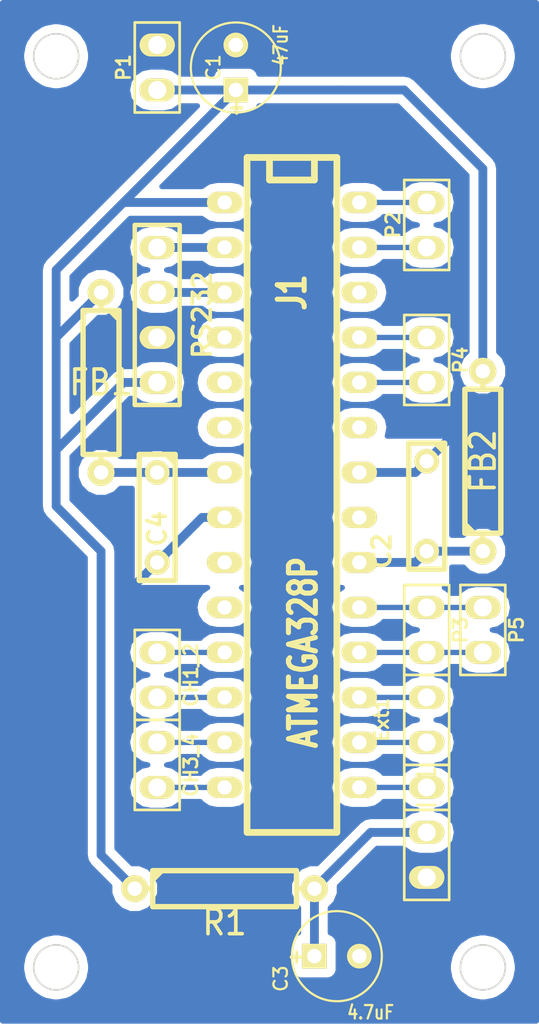
<source format=kicad_pcb>
(kicad_pcb (version 3) (host pcbnew "(2013-jul-07)-stable")

  (general
    (links 37)
    (no_connects 0)
    (area 81.28 31.115 112.729932 96.942388)
    (thickness 1.6)
    (drawings 4)
    (tracks 53)
    (zones 0)
    (modules 18)
    (nets 21)
  )

  (page A3)
  (layers
    (15 F.Cu signal)
    (0 B.Cu signal)
    (17 F.Adhes user)
    (19 F.Paste user)
    (21 F.SilkS user)
    (23 F.Mask user)
    (28 Edge.Cuts user)
  )

  (setup
    (last_trace_width 0.5)
    (trace_clearance 0.5)
    (zone_clearance 0.5)
    (zone_45_only no)
    (trace_min 0.254)
    (segment_width 0.2)
    (edge_width 0.1)
    (via_size 0.889)
    (via_drill 0.635)
    (via_min_size 0.889)
    (via_min_drill 0.508)
    (uvia_size 0.508)
    (uvia_drill 0.127)
    (uvias_allowed no)
    (uvia_min_size 0.508)
    (uvia_min_drill 0.127)
    (pcb_text_width 0.3)
    (pcb_text_size 1.5 1.5)
    (mod_edge_width 0.15)
    (mod_text_size 1 1)
    (mod_text_width 0.15)
    (pad_size 1.3 2)
    (pad_drill 1.016)
    (pad_to_mask_clearance 0.2)
    (solder_mask_min_width 0.3)
    (aux_axis_origin 0 0)
    (visible_elements FFFFFFFF)
    (pcbplotparams
      (layerselection 10485761)
      (usegerberextensions false)
      (excludeedgelayer false)
      (linewidth 0.150000)
      (plotframeref false)
      (viasonmask false)
      (mode 1)
      (useauxorigin false)
      (hpglpennumber 1)
      (hpglpenspeed 20)
      (hpglpendiameter 15)
      (hpglpenoverlay 2)
      (psnegative false)
      (psa4output false)
      (plotreference true)
      (plotvalue true)
      (plotothertext true)
      (plotinvisibletext false)
      (padsonsilk false)
      (subtractmaskfromsilk false)
      (outputformat 5)
      (mirror false)
      (drillshape 0)
      (scaleselection 1)
      (outputdirectory output/))
  )

  (net 0 "")
  (net 1 /5V)
  (net 2 /CH1)
  (net 3 /CH2)
  (net 4 /CH3)
  (net 5 /CH4)
  (net 6 /EQ7_DATA_L)
  (net 7 /EQ7_DATA_R)
  (net 8 /EQ7_RST)
  (net 9 /EQ7_STROBE)
  (net 10 /EXT1)
  (net 11 /EXT2)
  (net 12 /IR)
  (net 13 /RX)
  (net 14 /SCL)
  (net 15 /SDA)
  (net 16 /TX)
  (net 17 GND)
  (net 18 N-0000012)
  (net 19 N-0000028)
  (net 20 N-000005)

  (net_class Default "This is the default net class."
    (clearance 0.5)
    (trace_width 0.5)
    (via_dia 0.889)
    (via_drill 0.635)
    (uvia_dia 0.508)
    (uvia_drill 0.127)
    (add_net "")
    (add_net /5V)
    (add_net GND)
    (add_net N-0000012)
    (add_net N-0000028)
    (add_net N-000005)
  )

  (net_class sig ""
    (clearance 0.3)
    (trace_width 0.3)
    (via_dia 0.889)
    (via_drill 0.635)
    (uvia_dia 0.508)
    (uvia_drill 0.127)
    (add_net /CH1)
    (add_net /CH2)
    (add_net /CH3)
    (add_net /CH4)
    (add_net /EQ7_DATA_L)
    (add_net /EQ7_DATA_R)
    (add_net /EQ7_RST)
    (add_net /EQ7_STROBE)
    (add_net /EXT1)
    (add_net /EXT2)
    (add_net /IR)
    (add_net /RX)
    (add_net /SCL)
    (add_net /SDA)
    (add_net /TX)
  )

  (module R4 (layer F.Cu) (tedit 558BF7AB) (tstamp 53276C02)
    (at 93.98 88.265)
    (descr "Resitance 4 pas")
    (tags R)
    (path /53276C83)
    (autoplace_cost180 10)
    (fp_text reference R1 (at 0 1.905) (layer F.SilkS)
      (effects (font (size 1.397 1.27) (thickness 0.2032)))
    )
    (fp_text value 100R (at 0 0 90) (layer F.SilkS) hide
      (effects (font (size 1.397 1.27) (thickness 0.2032)))
    )
    (fp_line (start -5.08 0) (end -4.064 0) (layer F.SilkS) (width 0.3048))
    (fp_line (start -4.064 0) (end -4.064 -1.016) (layer F.SilkS) (width 0.3048))
    (fp_line (start -4.064 -1.016) (end 4.064 -1.016) (layer F.SilkS) (width 0.3048))
    (fp_line (start 4.064 -1.016) (end 4.064 1.016) (layer F.SilkS) (width 0.3048))
    (fp_line (start 4.064 1.016) (end -4.064 1.016) (layer F.SilkS) (width 0.3048))
    (fp_line (start -4.064 1.016) (end -4.064 0) (layer F.SilkS) (width 0.3048))
    (fp_line (start -4.064 -0.508) (end -3.556 -1.016) (layer F.SilkS) (width 0.3048))
    (fp_line (start 5.08 0) (end 4.064 0) (layer F.SilkS) (width 0.3048))
    (pad 1 thru_hole circle (at -5.08 0) (size 1.524 1.524) (drill 0.8128)
      (layers *.Cu *.Mask F.SilkS)
      (net 1 /5V)
    )
    (pad 2 thru_hole circle (at 5.08 0) (size 1.524 1.524) (drill 0.8128)
      (layers *.Cu *.Mask F.SilkS)
      (net 19 N-0000028)
    )
    (model discret/resistor.wrl
      (at (xyz 0 0 0))
      (scale (xyz 0.4 0.4 0.4))
      (rotate (xyz 0 0 0))
    )
  )

  (module PIN_ARRAY_3X1 (layer F.Cu) (tedit 54AD4589) (tstamp 53276C26)
    (at 105.41 85.09 270)
    (descr "Connecteur 3 pins")
    (tags "CONN DEV")
    (path /532766BE)
    (fp_text reference IR1 (at -2.54 0 270) (layer F.SilkS)
      (effects (font (size 1.016 1.016) (thickness 0.1524)))
    )
    (fp_text value CONN_3 (at -2.54 4.445 360) (layer F.SilkS) hide
      (effects (font (size 1.016 1.016) (thickness 0.1524)))
    )
    (fp_line (start -3.81 1.27) (end -3.81 -1.27) (layer F.SilkS) (width 0.1524))
    (fp_line (start -3.81 -1.27) (end 3.81 -1.27) (layer F.SilkS) (width 0.1524))
    (fp_line (start 3.81 -1.27) (end 3.81 1.27) (layer F.SilkS) (width 0.1524))
    (fp_line (start 3.81 1.27) (end -3.81 1.27) (layer F.SilkS) (width 0.1524))
    (fp_line (start -1.27 -1.27) (end -1.27 1.27) (layer F.SilkS) (width 0.1524))
    (pad 1 thru_hole oval (at -2.54 0 270) (size 1.3 2) (drill 1.016)
      (layers *.Cu *.Mask F.SilkS)
      (net 12 /IR)
    )
    (pad 2 thru_hole oval (at 0 0 270) (size 1.3 2) (drill 1.016)
      (layers *.Cu *.Mask F.SilkS)
      (net 19 N-0000028)
    )
    (pad 3 thru_hole oval (at 2.54 0 270) (size 1.3 2) (drill 1.016)
      (layers *.Cu *.Mask F.SilkS)
      (net 17 GND)
    )
    (model pin_array/pins_array_3x1.wrl
      (at (xyz 0 0 0))
      (scale (xyz 1 1 1))
      (rotate (xyz 0 0 0))
    )
  )

  (module DIP-28__300 (layer F.Cu) (tedit 54AD465B) (tstamp 53276C63)
    (at 97.79 66.04 270)
    (descr "28 pins DIL package, round pads, width 300mil")
    (tags DIL)
    (path /5325D9C8)
    (fp_text reference J1 (at -11.43 0 270) (layer F.SilkS)
      (effects (font (size 1.524 1.143) (thickness 0.3048)))
    )
    (fp_text value ATMEGA328P (at 8.89 -0.635 270) (layer F.SilkS)
      (effects (font (size 1.524 1.143) (thickness 0.3048)))
    )
    (fp_line (start -19.05 -2.54) (end 19.05 -2.54) (layer F.SilkS) (width 0.381))
    (fp_line (start 19.05 -2.54) (end 19.05 2.54) (layer F.SilkS) (width 0.381))
    (fp_line (start 19.05 2.54) (end -19.05 2.54) (layer F.SilkS) (width 0.381))
    (fp_line (start -19.05 2.54) (end -19.05 -2.54) (layer F.SilkS) (width 0.381))
    (fp_line (start -19.05 -1.27) (end -17.78 -1.27) (layer F.SilkS) (width 0.381))
    (fp_line (start -17.78 -1.27) (end -17.78 1.27) (layer F.SilkS) (width 0.381))
    (fp_line (start -17.78 1.27) (end -19.05 1.27) (layer F.SilkS) (width 0.381))
    (pad 2 thru_hole oval (at -13.97 3.81 270) (size 1.2 2) (drill 0.8128)
      (layers *.Cu *.Mask F.SilkS)
      (net 13 /RX)
    )
    (pad 3 thru_hole oval (at -11.43 3.81 270) (size 1.2 2) (drill 0.8128)
      (layers *.Cu *.Mask F.SilkS)
      (net 16 /TX)
    )
    (pad 4 thru_hole oval (at -8.89 3.81 270) (size 1.2 2) (drill 0.8128)
      (layers *.Cu *.Mask F.SilkS)
    )
    (pad 5 thru_hole oval (at -6.35 3.81 270) (size 1.2 2) (drill 0.8128)
      (layers *.Cu *.Mask F.SilkS)
    )
    (pad 6 thru_hole oval (at -3.81 3.81 270) (size 1.2 2) (drill 0.8128)
      (layers *.Cu *.Mask F.SilkS)
    )
    (pad 7 thru_hole oval (at -1.27 3.81 270) (size 1.2 2) (drill 0.8128)
      (layers *.Cu *.Mask F.SilkS)
      (net 18 N-0000012)
    )
    (pad 8 thru_hole oval (at 1.27 3.81 270) (size 1.2 2) (drill 0.8128)
      (layers *.Cu *.Mask F.SilkS)
      (net 17 GND)
    )
    (pad 9 thru_hole oval (at 3.81 3.81 270) (size 1.2 2) (drill 0.8128)
      (layers *.Cu *.Mask F.SilkS)
    )
    (pad 10 thru_hole oval (at 6.35 3.81 270) (size 1.2 2) (drill 0.8128)
      (layers *.Cu *.Mask F.SilkS)
    )
    (pad 11 thru_hole oval (at 8.89 3.81 270) (size 1.2 2) (drill 0.8128)
      (layers *.Cu *.Mask F.SilkS)
      (net 2 /CH1)
    )
    (pad 12 thru_hole oval (at 11.43 3.81 270) (size 1.2 2) (drill 0.8128)
      (layers *.Cu *.Mask F.SilkS)
      (net 3 /CH2)
    )
    (pad 13 thru_hole oval (at 13.97 3.81 270) (size 1.2 2) (drill 0.8128)
      (layers *.Cu *.Mask F.SilkS)
      (net 4 /CH3)
    )
    (pad 14 thru_hole oval (at 16.51 3.81 270) (size 1.2 2) (drill 0.8128)
      (layers *.Cu *.Mask F.SilkS)
      (net 5 /CH4)
    )
    (pad 1 thru_hole oval (at -16.51 3.81 270) (size 1.2 2) (drill 0.8128)
      (layers *.Cu *.Mask F.SilkS)
      (net 1 /5V)
    )
    (pad 15 thru_hole oval (at 16.51 -3.81 270) (size 1.2 2) (drill 0.8128)
      (layers *.Cu *.Mask F.SilkS)
      (net 12 /IR)
    )
    (pad 16 thru_hole oval (at 13.97 -3.81 270) (size 1.2 2) (drill 0.8128)
      (layers *.Cu *.Mask F.SilkS)
      (net 11 /EXT2)
    )
    (pad 17 thru_hole oval (at 11.43 -3.81 270) (size 1.2 2) (drill 0.8128)
      (layers *.Cu *.Mask F.SilkS)
      (net 10 /EXT1)
    )
    (pad 18 thru_hole oval (at 8.89 -3.81 270) (size 1.2 2) (drill 0.8128)
      (layers *.Cu *.Mask F.SilkS)
      (net 8 /EQ7_RST)
    )
    (pad 19 thru_hole oval (at 6.35 -3.81 270) (size 1.2 2) (drill 0.8128)
      (layers *.Cu *.Mask F.SilkS)
      (net 9 /EQ7_STROBE)
    )
    (pad 20 thru_hole oval (at 3.81 -3.81 270) (size 1.2 2) (drill 0.8128)
      (layers *.Cu *.Mask F.SilkS)
      (net 20 N-000005)
    )
    (pad 21 thru_hole oval (at 1.27 -3.81 270) (size 1.2 2) (drill 0.8128)
      (layers *.Cu *.Mask F.SilkS)
    )
    (pad 22 thru_hole oval (at -1.27 -3.81 270) (size 1.2 2) (drill 0.8128)
      (layers *.Cu *.Mask F.SilkS)
      (net 17 GND)
    )
    (pad 23 thru_hole oval (at -3.81 -3.81 270) (size 1.2 2) (drill 0.8128)
      (layers *.Cu *.Mask F.SilkS)
    )
    (pad 24 thru_hole oval (at -6.35 -3.81 270) (size 1.2 2) (drill 0.8128)
      (layers *.Cu *.Mask F.SilkS)
      (net 7 /EQ7_DATA_R)
    )
    (pad 25 thru_hole oval (at -8.89 -3.81 270) (size 1.2 2) (drill 0.8128)
      (layers *.Cu *.Mask F.SilkS)
      (net 6 /EQ7_DATA_L)
    )
    (pad 26 thru_hole oval (at -11.43 -3.81 270) (size 1.2 2) (drill 0.8128)
      (layers *.Cu *.Mask F.SilkS)
    )
    (pad 27 thru_hole oval (at -13.97 -3.81 270) (size 1.2 2) (drill 0.8128)
      (layers *.Cu *.Mask F.SilkS)
      (net 15 /SDA)
    )
    (pad 28 thru_hole oval (at -16.51 -3.81 270) (size 1.2 2) (drill 0.8128)
      (layers *.Cu *.Mask F.SilkS)
      (net 14 /SCL)
    )
    (model dil/dil_28-w300.wrl
      (at (xyz 0 0 0))
      (scale (xyz 1 1 1))
      (rotate (xyz 0 0 0))
    )
  )

  (module C2 (layer F.Cu) (tedit 5333039B) (tstamp 53276C6E)
    (at 105.41 66.675 270)
    (descr "Condensateur = 2 pas")
    (tags C)
    (path /543CD0BE)
    (fp_text reference C2 (at 2.54 2.54 270) (layer F.SilkS)
      (effects (font (size 1.016 1.016) (thickness 0.2032)))
    )
    (fp_text value 100nF (at 5.715 -0.635 360) (layer F.SilkS) hide
      (effects (font (size 1.016 1.016) (thickness 0.2032)))
    )
    (fp_line (start -3.556 -1.016) (end 3.556 -1.016) (layer F.SilkS) (width 0.3048))
    (fp_line (start 3.556 -1.016) (end 3.556 1.016) (layer F.SilkS) (width 0.3048))
    (fp_line (start 3.556 1.016) (end -3.556 1.016) (layer F.SilkS) (width 0.3048))
    (fp_line (start -3.556 1.016) (end -3.556 -1.016) (layer F.SilkS) (width 0.3048))
    (fp_line (start -3.556 -0.508) (end -3.048 -1.016) (layer F.SilkS) (width 0.3048))
    (pad 1 thru_hole circle (at -2.54 0 270) (size 1.397 1.397) (drill 0.8128)
      (layers *.Cu *.Mask F.SilkS)
      (net 17 GND)
    )
    (pad 2 thru_hole circle (at 2.54 0 270) (size 1.397 1.397) (drill 0.8128)
      (layers *.Cu *.Mask F.SilkS)
      (net 20 N-000005)
    )
    (model discret/capa_2pas_5x5mm.wrl
      (at (xyz 0 0 0))
      (scale (xyz 1 1 1))
      (rotate (xyz 0 0 0))
    )
  )

  (module C2 (layer F.Cu) (tedit 54E496C5) (tstamp 53276C79)
    (at 90.17 67.31 270)
    (descr "Condensateur = 2 pas")
    (tags C)
    (path /532765F4)
    (fp_text reference C4 (at 0.635 0 270) (layer F.SilkS)
      (effects (font (size 1.016 1.016) (thickness 0.2032)))
    )
    (fp_text value 100nF (at 0 2.54 270) (layer F.SilkS) hide
      (effects (font (size 1.016 1.016) (thickness 0.2032)))
    )
    (fp_line (start -3.556 -1.016) (end 3.556 -1.016) (layer F.SilkS) (width 0.3048))
    (fp_line (start 3.556 -1.016) (end 3.556 1.016) (layer F.SilkS) (width 0.3048))
    (fp_line (start 3.556 1.016) (end -3.556 1.016) (layer F.SilkS) (width 0.3048))
    (fp_line (start -3.556 1.016) (end -3.556 -1.016) (layer F.SilkS) (width 0.3048))
    (fp_line (start -3.556 -0.508) (end -3.048 -1.016) (layer F.SilkS) (width 0.3048))
    (pad 1 thru_hole circle (at -2.54 0 270) (size 1.397 1.397) (drill 0.8128)
      (layers *.Cu *.Mask F.SilkS)
      (net 18 N-0000012)
    )
    (pad 2 thru_hole circle (at 2.54 0 270) (size 1.397 1.397) (drill 0.8128)
      (layers *.Cu *.Mask F.SilkS)
      (net 17 GND)
    )
    (model discret/capa_2pas_5x5mm.wrl
      (at (xyz 0 0 0))
      (scale (xyz 1 1 1))
      (rotate (xyz 0 0 0))
    )
  )

  (module C1V5 (layer F.Cu) (tedit 5333038F) (tstamp 53276C89)
    (at 100.33 92.075)
    (descr "Condensateur e = 1 pas")
    (tags C)
    (path /53276C12)
    (fp_text reference C3 (at -3.175 1.27 90) (layer F.SilkS)
      (effects (font (size 0.762 0.762) (thickness 0.127)))
    )
    (fp_text value 4.7uF (at 1.905 3.175) (layer F.SilkS)
      (effects (font (size 0.762 0.635) (thickness 0.127)))
    )
    (fp_text user + (at -2.286 0) (layer F.SilkS)
      (effects (font (size 0.762 0.762) (thickness 0.2032)))
    )
    (fp_circle (center 0 0) (end 0.127 -2.54) (layer F.SilkS) (width 0.127))
    (pad 1 thru_hole rect (at -1.27 0) (size 1.397 1.397) (drill 0.8128)
      (layers *.Cu *.Mask F.SilkS)
      (net 19 N-0000028)
    )
    (pad 2 thru_hole circle (at 1.27 0) (size 1.397 1.397) (drill 0.8128)
      (layers *.Cu *.Mask F.SilkS)
      (net 17 GND)
    )
    (model discret/c_vert_c1v5.wrl
      (at (xyz 0 0 0))
      (scale (xyz 1 1 1))
      (rotate (xyz 0 0 0))
    )
  )

  (module PIN_ARRAY_2X1 (layer F.Cu) (tedit 54AD4591) (tstamp 53276C32)
    (at 105.41 78.74 270)
    (descr "Connecteurs 2 pins")
    (tags "CONN DEV")
    (path /5332F2EA)
    (fp_text reference Ext1 (at 0 2.54 270) (layer F.SilkS)
      (effects (font (size 0.762 0.762) (thickness 0.1524)))
    )
    (fp_text value CONN_2 (at 0 -1.905 270) (layer F.SilkS) hide
      (effects (font (size 0.762 0.762) (thickness 0.1524)))
    )
    (fp_line (start -2.54 1.27) (end -2.54 -1.27) (layer F.SilkS) (width 0.1524))
    (fp_line (start -2.54 -1.27) (end 2.54 -1.27) (layer F.SilkS) (width 0.1524))
    (fp_line (start 2.54 -1.27) (end 2.54 1.27) (layer F.SilkS) (width 0.1524))
    (fp_line (start 2.54 1.27) (end -2.54 1.27) (layer F.SilkS) (width 0.1524))
    (pad 1 thru_hole oval (at -1.27 0 270) (size 1.3 2) (drill 1.016)
      (layers *.Cu *.Mask F.SilkS)
      (net 10 /EXT1)
    )
    (pad 2 thru_hole oval (at 1.27 0 270) (size 1.3 2) (drill 1.016)
      (layers *.Cu *.Mask F.SilkS)
      (net 11 /EXT2)
    )
    (model pin_array/pins_array_2x1.wrl
      (at (xyz 0 0 0))
      (scale (xyz 1 1 1))
      (rotate (xyz 0 0 0))
    )
  )

  (module PIN_ARRAY_2X1 (layer F.Cu) (tedit 54AD45BD) (tstamp 5332F66C)
    (at 90.17 76.2 270)
    (descr "Connecteurs 2 pins")
    (tags "CONN DEV")
    (path /5332F686)
    (fp_text reference CH1_2 (at 0 -1.905 270) (layer F.SilkS)
      (effects (font (size 0.762 0.762) (thickness 0.1524)))
    )
    (fp_text value CONN_2 (at 0 -1.905 270) (layer F.SilkS) hide
      (effects (font (size 0.762 0.762) (thickness 0.1524)))
    )
    (fp_line (start -2.54 1.27) (end -2.54 -1.27) (layer F.SilkS) (width 0.1524))
    (fp_line (start -2.54 -1.27) (end 2.54 -1.27) (layer F.SilkS) (width 0.1524))
    (fp_line (start 2.54 -1.27) (end 2.54 1.27) (layer F.SilkS) (width 0.1524))
    (fp_line (start 2.54 1.27) (end -2.54 1.27) (layer F.SilkS) (width 0.1524))
    (pad 1 thru_hole oval (at -1.27 0 270) (size 1.3 2) (drill 1.016)
      (layers *.Cu *.Mask F.SilkS)
      (net 2 /CH1)
    )
    (pad 2 thru_hole oval (at 1.27 0 270) (size 1.3 2) (drill 1.016)
      (layers *.Cu *.Mask F.SilkS)
      (net 3 /CH2)
    )
    (model pin_array/pins_array_2x1.wrl
      (at (xyz 0 0 0))
      (scale (xyz 1 1 1))
      (rotate (xyz 0 0 0))
    )
  )

  (module PIN_ARRAY_2X1 (layer F.Cu) (tedit 54AD45C5) (tstamp 533B15D2)
    (at 90.17 81.28 270)
    (descr "Connecteurs 2 pins")
    (tags "CONN DEV")
    (path /5332F68C)
    (fp_text reference CH3_4 (at 0 -1.905 270) (layer F.SilkS)
      (effects (font (size 0.762 0.762) (thickness 0.1524)))
    )
    (fp_text value CONN_2 (at 0 -1.905 270) (layer F.SilkS) hide
      (effects (font (size 0.762 0.762) (thickness 0.1524)))
    )
    (fp_line (start -2.54 1.27) (end -2.54 -1.27) (layer F.SilkS) (width 0.1524))
    (fp_line (start -2.54 -1.27) (end 2.54 -1.27) (layer F.SilkS) (width 0.1524))
    (fp_line (start 2.54 -1.27) (end 2.54 1.27) (layer F.SilkS) (width 0.1524))
    (fp_line (start 2.54 1.27) (end -2.54 1.27) (layer F.SilkS) (width 0.1524))
    (pad 1 thru_hole oval (at -1.27 0 270) (size 1.3 2) (drill 1.016)
      (layers *.Cu *.Mask F.SilkS)
      (net 4 /CH3)
    )
    (pad 2 thru_hole oval (at 1.27 0 270) (size 1.3 2) (drill 1.016)
      (layers *.Cu *.Mask F.SilkS)
      (net 5 /CH4)
    )
    (model pin_array/pins_array_2x1.wrl
      (at (xyz 0 0 0))
      (scale (xyz 1 1 1))
      (rotate (xyz 0 0 0))
    )
  )

  (module PIN_ARRAY_2X1 (layer F.Cu) (tedit 54AD466F) (tstamp 543CDBE5)
    (at 105.41 50.8 90)
    (descr "Connecteurs 2 pins")
    (tags "CONN DEV")
    (path /543CDC04)
    (fp_text reference P2 (at 0 -1.905 90) (layer F.SilkS)
      (effects (font (size 0.762 0.762) (thickness 0.1524)))
    )
    (fp_text value CONN_2 (at 0 -1.905 90) (layer F.SilkS) hide
      (effects (font (size 0.762 0.762) (thickness 0.1524)))
    )
    (fp_line (start -2.54 1.27) (end -2.54 -1.27) (layer F.SilkS) (width 0.1524))
    (fp_line (start -2.54 -1.27) (end 2.54 -1.27) (layer F.SilkS) (width 0.1524))
    (fp_line (start 2.54 -1.27) (end 2.54 1.27) (layer F.SilkS) (width 0.1524))
    (fp_line (start 2.54 1.27) (end -2.54 1.27) (layer F.SilkS) (width 0.1524))
    (pad 1 thru_hole oval (at -1.27 0 90) (size 1.3 2) (drill 1.016)
      (layers *.Cu *.Mask F.SilkS)
      (net 15 /SDA)
    )
    (pad 2 thru_hole oval (at 1.27 0 90) (size 1.3 2) (drill 1.016)
      (layers *.Cu *.Mask F.SilkS)
      (net 14 /SCL)
    )
    (model pin_array/pins_array_2x1.wrl
      (at (xyz 0 0 0))
      (scale (xyz 1 1 1))
      (rotate (xyz 0 0 0))
    )
  )

  (module PIN_ARRAY_2X1 (layer F.Cu) (tedit 54AD4688) (tstamp 543CDBEF)
    (at 90.17 41.91 90)
    (descr "Connecteurs 2 pins")
    (tags "CONN DEV")
    (path /543CDC11)
    (fp_text reference P1 (at 0 -1.905 90) (layer F.SilkS)
      (effects (font (size 0.762 0.762) (thickness 0.1524)))
    )
    (fp_text value CONN_2 (at 0 -1.905 90) (layer F.SilkS) hide
      (effects (font (size 0.762 0.762) (thickness 0.1524)))
    )
    (fp_line (start -2.54 1.27) (end -2.54 -1.27) (layer F.SilkS) (width 0.1524))
    (fp_line (start -2.54 -1.27) (end 2.54 -1.27) (layer F.SilkS) (width 0.1524))
    (fp_line (start 2.54 -1.27) (end 2.54 1.27) (layer F.SilkS) (width 0.1524))
    (fp_line (start 2.54 1.27) (end -2.54 1.27) (layer F.SilkS) (width 0.1524))
    (pad 1 thru_hole oval (at -1.27 0 90) (size 1.3 2) (drill 1.016)
      (layers *.Cu *.Mask F.SilkS)
      (net 1 /5V)
    )
    (pad 2 thru_hole oval (at 1.27 0 90) (size 1.3 2) (drill 1.016)
      (layers *.Cu *.Mask F.SilkS)
      (net 17 GND)
    )
    (model pin_array/pins_array_2x1.wrl
      (at (xyz 0 0 0))
      (scale (xyz 1 1 1))
      (rotate (xyz 0 0 0))
    )
  )

  (module PIN_ARRAY_4x1 (layer F.Cu) (tedit 54AD467B) (tstamp 5332F661)
    (at 90.17 55.88 270)
    (descr "Double rangee de contacts 2 x 5 pins")
    (tags CONN)
    (path /543CE67A)
    (fp_text reference RS232 (at 0 -2.54 270) (layer F.SilkS)
      (effects (font (size 1.016 1.016) (thickness 0.2032)))
    )
    (fp_text value CONN_4 (at 0 2.54 270) (layer F.SilkS) hide
      (effects (font (size 1.016 1.016) (thickness 0.2032)))
    )
    (fp_line (start 5.08 1.27) (end -5.08 1.27) (layer F.SilkS) (width 0.254))
    (fp_line (start 5.08 -1.27) (end -5.08 -1.27) (layer F.SilkS) (width 0.254))
    (fp_line (start -5.08 -1.27) (end -5.08 1.27) (layer F.SilkS) (width 0.254))
    (fp_line (start 5.08 1.27) (end 5.08 -1.27) (layer F.SilkS) (width 0.254))
    (pad 1 thru_hole oval (at -3.81 0 270) (size 1.3 2) (drill 1.016)
      (layers *.Cu *.Mask F.SilkS)
      (net 13 /RX)
    )
    (pad 2 thru_hole oval (at -1.27 0 270) (size 1.3 2) (drill 1.016)
      (layers *.Cu *.Mask F.SilkS)
      (net 16 /TX)
    )
    (pad 3 thru_hole oval (at 1.27 0 270) (size 1.3 2) (drill 1.016)
      (layers *.Cu *.Mask F.SilkS)
      (net 17 GND)
    )
    (pad 4 thru_hole oval (at 3.81 0 270) (size 1.3 2) (drill 1.016)
      (layers *.Cu *.Mask F.SilkS)
      (net 1 /5V)
    )
    (model pin_array\pins_array_4x1.wrl
      (at (xyz 0 0 0))
      (scale (xyz 1 1 1))
      (rotate (xyz 0 0 0))
    )
  )

  (module PIN_ARRAY_2X1 (layer F.Cu) (tedit 54AD4597) (tstamp 54AD44A5)
    (at 105.41 73.66 270)
    (descr "Connecteurs 2 pins")
    (tags "CONN DEV")
    (path /54AD448B)
    (fp_text reference P3 (at 0 -1.905 270) (layer F.SilkS)
      (effects (font (size 0.762 0.762) (thickness 0.1524)))
    )
    (fp_text value CONN_2 (at 0 -1.905 270) (layer F.SilkS) hide
      (effects (font (size 0.762 0.762) (thickness 0.1524)))
    )
    (fp_line (start -2.54 1.27) (end -2.54 -1.27) (layer F.SilkS) (width 0.1524))
    (fp_line (start -2.54 -1.27) (end 2.54 -1.27) (layer F.SilkS) (width 0.1524))
    (fp_line (start 2.54 -1.27) (end 2.54 1.27) (layer F.SilkS) (width 0.1524))
    (fp_line (start 2.54 1.27) (end -2.54 1.27) (layer F.SilkS) (width 0.1524))
    (pad 1 thru_hole oval (at -1.27 0 270) (size 1.3 2) (drill 1.016)
      (layers *.Cu *.Mask F.SilkS)
      (net 9 /EQ7_STROBE)
    )
    (pad 2 thru_hole oval (at 1.27 0 270) (size 1.3 2) (drill 1.016)
      (layers *.Cu *.Mask F.SilkS)
      (net 8 /EQ7_RST)
    )
    (model pin_array/pins_array_2x1.wrl
      (at (xyz 0 0 0))
      (scale (xyz 1 1 1))
      (rotate (xyz 0 0 0))
    )
  )

  (module PIN_ARRAY_2X1 (layer F.Cu) (tedit 54AD4668) (tstamp 54AD44AF)
    (at 105.41 58.42 270)
    (descr "Connecteurs 2 pins")
    (tags "CONN DEV")
    (path /54AD449C)
    (fp_text reference P4 (at 0 -1.905 270) (layer F.SilkS)
      (effects (font (size 0.762 0.762) (thickness 0.1524)))
    )
    (fp_text value CONN_2 (at 0 -1.905 270) (layer F.SilkS) hide
      (effects (font (size 0.762 0.762) (thickness 0.1524)))
    )
    (fp_line (start -2.54 1.27) (end -2.54 -1.27) (layer F.SilkS) (width 0.1524))
    (fp_line (start -2.54 -1.27) (end 2.54 -1.27) (layer F.SilkS) (width 0.1524))
    (fp_line (start 2.54 -1.27) (end 2.54 1.27) (layer F.SilkS) (width 0.1524))
    (fp_line (start 2.54 1.27) (end -2.54 1.27) (layer F.SilkS) (width 0.1524))
    (pad 1 thru_hole oval (at -1.27 0 270) (size 1.3 2) (drill 1.016)
      (layers *.Cu *.Mask F.SilkS)
      (net 6 /EQ7_DATA_L)
    )
    (pad 2 thru_hole oval (at 1.27 0 270) (size 1.3 2) (drill 1.016)
      (layers *.Cu *.Mask F.SilkS)
      (net 7 /EQ7_DATA_R)
    )
    (model pin_array/pins_array_2x1.wrl
      (at (xyz 0 0 0))
      (scale (xyz 1 1 1))
      (rotate (xyz 0 0 0))
    )
  )

  (module C1V5 (layer F.Cu) (tedit 558BF893) (tstamp 543CDB8C)
    (at 94.615 41.91 90)
    (descr "Condensateur e = 1 pas")
    (tags C)
    (path /532765E7)
    (fp_text reference C1 (at 0 -1.26746 90) (layer F.SilkS)
      (effects (font (size 0.762 0.762) (thickness 0.127)))
    )
    (fp_text value 47uF (at 1.27 2.54 90) (layer F.SilkS)
      (effects (font (size 0.762 0.635) (thickness 0.127)))
    )
    (fp_text user + (at -2.286 0 90) (layer F.SilkS)
      (effects (font (size 0.762 0.762) (thickness 0.2032)))
    )
    (fp_circle (center 0 0) (end 0.127 -2.54) (layer F.SilkS) (width 0.127))
    (pad 1 thru_hole rect (at -1.27 0 90) (size 1.397 1.397) (drill 0.8128)
      (layers *.Cu *.Mask F.SilkS)
      (net 1 /5V)
    )
    (pad 2 thru_hole circle (at 1.27 0 90) (size 1.397 1.397) (drill 0.8128)
      (layers *.Cu *.Mask F.SilkS)
      (net 17 GND)
    )
    (model discret/c_vert_c1v5.wrl
      (at (xyz 0 0 0))
      (scale (xyz 1 1 1))
      (rotate (xyz 0 0 0))
    )
  )

  (module PIN_ARRAY_2X1 (layer F.Cu) (tedit 54E497AC) (tstamp 54E49794)
    (at 108.585 73.66 270)
    (descr "Connecteurs 2 pins")
    (tags "CONN DEV")
    (path /54E49762)
    (fp_text reference P5 (at 0 -1.905 270) (layer F.SilkS)
      (effects (font (size 0.762 0.762) (thickness 0.1524)))
    )
    (fp_text value CONN_2 (at 0 -1.905 270) (layer F.SilkS) hide
      (effects (font (size 0.762 0.762) (thickness 0.1524)))
    )
    (fp_line (start -2.54 1.27) (end -2.54 -1.27) (layer F.SilkS) (width 0.1524))
    (fp_line (start -2.54 -1.27) (end 2.54 -1.27) (layer F.SilkS) (width 0.1524))
    (fp_line (start 2.54 -1.27) (end 2.54 1.27) (layer F.SilkS) (width 0.1524))
    (fp_line (start 2.54 1.27) (end -2.54 1.27) (layer F.SilkS) (width 0.1524))
    (pad 1 thru_hole oval (at -1.27 0 270) (size 1.3 2) (drill 1.016)
      (layers *.Cu *.Mask F.SilkS)
      (net 9 /EQ7_STROBE)
    )
    (pad 2 thru_hole oval (at 1.27 0 270) (size 1.3 2) (drill 1.016)
      (layers *.Cu *.Mask F.SilkS)
      (net 8 /EQ7_RST)
    )
    (model pin_array/pins_array_2x1.wrl
      (at (xyz 0 0 0))
      (scale (xyz 1 1 1))
      (rotate (xyz 0 0 0))
    )
  )

  (module R4 (layer F.Cu) (tedit 558BF711) (tstamp 558BF61D)
    (at 86.995 59.69 270)
    (descr "Resitance 4 pas")
    (tags R)
    (path /558BF592)
    (autoplace_cost180 10)
    (fp_text reference FB1 (at 0 0 360) (layer F.SilkS)
      (effects (font (size 1.397 1.27) (thickness 0.2032)))
    )
    (fp_text value FILTER (at 0 0 360) (layer F.SilkS) hide
      (effects (font (size 1.397 1.27) (thickness 0.2032)))
    )
    (fp_line (start -5.08 0) (end -4.064 0) (layer F.SilkS) (width 0.3048))
    (fp_line (start -4.064 0) (end -4.064 -1.016) (layer F.SilkS) (width 0.3048))
    (fp_line (start -4.064 -1.016) (end 4.064 -1.016) (layer F.SilkS) (width 0.3048))
    (fp_line (start 4.064 -1.016) (end 4.064 1.016) (layer F.SilkS) (width 0.3048))
    (fp_line (start 4.064 1.016) (end -4.064 1.016) (layer F.SilkS) (width 0.3048))
    (fp_line (start -4.064 1.016) (end -4.064 0) (layer F.SilkS) (width 0.3048))
    (fp_line (start -4.064 -0.508) (end -3.556 -1.016) (layer F.SilkS) (width 0.3048))
    (fp_line (start 5.08 0) (end 4.064 0) (layer F.SilkS) (width 0.3048))
    (pad 1 thru_hole circle (at -5.08 0 270) (size 1.524 1.524) (drill 0.8128)
      (layers *.Cu *.Mask F.SilkS)
      (net 1 /5V)
    )
    (pad 2 thru_hole circle (at 5.08 0 270) (size 1.524 1.524) (drill 0.8128)
      (layers *.Cu *.Mask F.SilkS)
      (net 18 N-0000012)
    )
    (model discret/resistor.wrl
      (at (xyz 0 0 0))
      (scale (xyz 0.4 0.4 0.4))
      (rotate (xyz 0 0 0))
    )
  )

  (module R4 (layer F.Cu) (tedit 558BF686) (tstamp 558BF62B)
    (at 108.585 64.135 90)
    (descr "Resitance 4 pas")
    (tags R)
    (path /558BF777)
    (autoplace_cost180 10)
    (fp_text reference FB2 (at 0 0 90) (layer F.SilkS)
      (effects (font (size 1.397 1.27) (thickness 0.2032)))
    )
    (fp_text value FILTER (at 0.584999 -0.690001 180) (layer F.SilkS) hide
      (effects (font (size 1.397 1.27) (thickness 0.2032)))
    )
    (fp_line (start -5.08 0) (end -4.064 0) (layer F.SilkS) (width 0.3048))
    (fp_line (start -4.064 0) (end -4.064 -1.016) (layer F.SilkS) (width 0.3048))
    (fp_line (start -4.064 -1.016) (end 4.064 -1.016) (layer F.SilkS) (width 0.3048))
    (fp_line (start 4.064 -1.016) (end 4.064 1.016) (layer F.SilkS) (width 0.3048))
    (fp_line (start 4.064 1.016) (end -4.064 1.016) (layer F.SilkS) (width 0.3048))
    (fp_line (start -4.064 1.016) (end -4.064 0) (layer F.SilkS) (width 0.3048))
    (fp_line (start -4.064 -0.508) (end -3.556 -1.016) (layer F.SilkS) (width 0.3048))
    (fp_line (start 5.08 0) (end 4.064 0) (layer F.SilkS) (width 0.3048))
    (pad 1 thru_hole circle (at -5.08 0 90) (size 1.524 1.524) (drill 0.8128)
      (layers *.Cu *.Mask F.SilkS)
      (net 20 N-000005)
    )
    (pad 2 thru_hole circle (at 5.08 0 90) (size 1.524 1.524) (drill 0.8128)
      (layers *.Cu *.Mask F.SilkS)
      (net 1 /5V)
    )
    (model discret/resistor.wrl
      (at (xyz 0 0 0))
      (scale (xyz 0.4 0.4 0.4))
      (rotate (xyz 0 0 0))
    )
  )

  (gr_circle (center 108.585 92.71) (end 109.855 92.71) (layer Edge.Cuts) (width 0.1))
  (gr_circle (center 84.455 92.71) (end 85.725 92.71) (layer Edge.Cuts) (width 0.1))
  (gr_circle (center 108.585 41.275) (end 109.855 41.275) (layer Edge.Cuts) (width 0.1))
  (gr_circle (center 84.455 41.275) (end 85.725 41.275) (layer Edge.Cuts) (width 0.1))

  (segment (start 108.585 47.625) (end 104.14 43.18) (width 0.5) (layer B.Cu) (net 1))
  (segment (start 86.995 54.61) (end 84.455 57.15) (width 0.5) (layer B.Cu) (net 1))
  (segment (start 93.98 49.53) (end 88.265 49.53) (width 0.5) (layer B.Cu) (net 1))
  (segment (start 94.615 43.18) (end 90.17 43.18) (width 0.5) (layer B.Cu) (net 1))
  (segment (start 100.33 43.18) (end 104.14 43.18) (width 0.5) (layer B.Cu) (net 1))
  (segment (start 94.615 43.18) (end 100.33 43.18) (width 0.5) (layer B.Cu) (net 1))
  (segment (start 108.585 47.625) (end 108.585 59.055) (width 0.5) (layer B.Cu) (net 1) (tstamp 558BFB21))
  (segment (start 90.17 59.69) (end 88.265 59.69) (width 0.5) (layer B.Cu) (net 1))
  (segment (start 88.265 59.69) (end 84.455 63.5) (width 0.5) (layer B.Cu) (net 1) (tstamp 558BF83A))
  (segment (start 88.9 88.265) (end 86.995 86.36) (width 0.5) (layer B.Cu) (net 1))
  (segment (start 91.44 46.355) (end 88.265 49.53) (width 0.5) (layer B.Cu) (net 1) (tstamp 558BF77F))
  (segment (start 88.265 49.53) (end 86.995 50.8) (width 0.5) (layer B.Cu) (net 1) (tstamp 558BF829))
  (segment (start 91.44 46.355) (end 94.615 43.18) (width 0.5) (layer B.Cu) (net 1))
  (segment (start 84.455 53.34) (end 86.995 50.8) (width 0.5) (layer B.Cu) (net 1) (tstamp 558BF7E7))
  (segment (start 84.455 57.15) (end 84.455 53.34) (width 0.5) (layer B.Cu) (net 1) (tstamp 558BF872))
  (segment (start 84.455 66.675) (end 84.455 63.5) (width 0.5) (layer B.Cu) (net 1) (tstamp 558BF7E5))
  (segment (start 84.455 63.5) (end 84.455 57.15) (width 0.5) (layer B.Cu) (net 1) (tstamp 558BF83F))
  (segment (start 86.995 69.215) (end 84.455 66.675) (width 0.5) (layer B.Cu) (net 1) (tstamp 558BF7E4))
  (segment (start 86.995 86.36) (end 86.995 69.215) (width 0.5) (layer B.Cu) (net 1) (tstamp 558BF7E3))
  (segment (start 90.17 74.93) (end 93.98 74.93) (width 0.3) (layer B.Cu) (net 2))
  (segment (start 90.17 77.47) (end 93.98 77.47) (width 0.3) (layer B.Cu) (net 3))
  (segment (start 90.17 80.01) (end 93.98 80.01) (width 0.3) (layer B.Cu) (net 4))
  (segment (start 90.17 82.55) (end 93.98 82.55) (width 0.3) (layer B.Cu) (net 5))
  (segment (start 101.6 57.15) (end 105.41 57.15) (width 0.3) (layer B.Cu) (net 6))
  (segment (start 101.6 59.69) (end 105.41 59.69) (width 0.3) (layer B.Cu) (net 7))
  (segment (start 105.41 74.93) (end 108.585 74.93) (width 0.3) (layer B.Cu) (net 8))
  (segment (start 101.6 74.93) (end 105.41 74.93) (width 0.3) (layer B.Cu) (net 8))
  (segment (start 105.41 72.39) (end 108.585 72.39) (width 0.3) (layer B.Cu) (net 9))
  (segment (start 101.6 72.39) (end 105.41 72.39) (width 0.3) (layer B.Cu) (net 9))
  (segment (start 101.6 77.47) (end 105.41 77.47) (width 0.3) (layer B.Cu) (net 10))
  (segment (start 101.6 80.01) (end 105.41 80.01) (width 0.3) (layer B.Cu) (net 11))
  (segment (start 101.6 82.55) (end 105.41 82.55) (width 0.3) (layer B.Cu) (net 12))
  (segment (start 93.98 52.07) (end 90.17 52.07) (width 0.5) (layer B.Cu) (net 13))
  (segment (start 101.6 49.53) (end 105.41 49.53) (width 0.3) (layer B.Cu) (net 14))
  (segment (start 101.6 52.07) (end 105.41 52.07) (width 0.3) (layer B.Cu) (net 15))
  (segment (start 101.6 52.07) (end 101.6 52.07) (width 0.5) (layer B.Cu) (net 15) (tstamp 543CD9FE))
  (segment (start 93.98 54.61) (end 90.17 54.61) (width 0.5) (layer B.Cu) (net 16))
  (segment (start 88.9 72.39) (end 88.9 71.12) (width 0.5) (layer B.Cu) (net 17))
  (segment (start 88.9 71.12) (end 90.17 69.85) (width 0.5) (layer B.Cu) (net 17))
  (segment (start 105.41 64.135) (end 107.315 62.23) (width 0.5) (layer B.Cu) (net 17))
  (segment (start 90.17 40.64) (end 94.615 40.64) (width 0.5) (layer B.Cu) (net 17))
  (segment (start 93.98 67.31) (end 92.71 67.31) (width 0.5) (layer B.Cu) (net 17))
  (segment (start 92.71 67.31) (end 90.17 69.85) (width 0.5) (layer B.Cu) (net 17) (tstamp 558BF79B))
  (segment (start 101.6 64.77) (end 104.775 64.77) (width 0.5) (layer B.Cu) (net 17))
  (segment (start 104.775 64.77) (end 105.41 64.135) (width 0.5) (layer B.Cu) (net 17) (tstamp 558BF710))
  (segment (start 90.17 64.77) (end 86.995 64.77) (width 0.5) (layer B.Cu) (net 18))
  (segment (start 90.17 64.77) (end 93.98 64.77) (width 0.5) (layer B.Cu) (net 18))
  (segment (start 99.06 88.265) (end 102.235 85.09) (width 0.5) (layer B.Cu) (net 19))
  (segment (start 102.235 85.09) (end 105.41 85.09) (width 0.5) (layer B.Cu) (net 19) (tstamp 558BF7E0))
  (segment (start 99.06 91.44) (end 99.06 88.265) (width 0.5) (layer B.Cu) (net 19))
  (segment (start 105.41 69.215) (end 108.585 69.215) (width 0.5) (layer B.Cu) (net 20))
  (segment (start 101.6 69.85) (end 104.775 69.85) (width 0.5) (layer B.Cu) (net 20))
  (segment (start 104.775 69.85) (end 105.41 69.215) (width 0.5) (layer B.Cu) (net 20) (tstamp 558BF70B))

  (zone (net 17) (net_name GND) (layer B.Cu) (tstamp 543CE26B) (hatch edge 0.508)
    (connect_pads yes (clearance 0.5))
    (min_thickness 0.3)
    (fill (arc_segments 16) (thermal_gap 0.508) (thermal_bridge_width 0.508))
    (polygon
      (pts
        (xy 111.76 95.885) (xy 81.28 95.885) (xy 81.28 38.1) (xy 111.76 38.1)
      )
    )
    (polygon
      (pts        (xy 95.25 71.12) (xy 95.25 65.405) (xy 88.9 65.405) (xy 88.9 71.12)
      )
    )
    (polygon
      (pts        (xy 100.33 63.5) (xy 100.33 71.12) (xy 106.68 71.12) (xy 106.68 62.865) (xy 104.14 62.865)
        (xy 100.33 62.865) (xy 100.33 63.5)
      )
    )
    (filled_polygon
      (pts
        (xy 111.61 95.735) (xy 110.541244 95.735) (xy 110.541244 92.84588) (xy 110.541125 92.71) (xy 110.541244 92.57412)
        (xy 110.541244 41.41088) (xy 110.541125 41.275) (xy 110.541244 41.13912) (xy 110.541006 41.137918) (xy 110.541006 41.137754)
        (xy 110.540943 41.137604) (xy 110.444996 40.653028) (xy 110.340695 40.400601) (xy 110.33913 40.399033) (xy 110.065742 39.989104)
        (xy 110.064954 39.987207) (xy 109.871656 39.794247) (xy 109.460931 39.520327) (xy 109.459482 39.51888) (xy 109.207056 39.41458)
        (xy 108.720964 39.318331) (xy 108.447838 39.318569) (xy 108.445808 39.319411) (xy 107.963028 39.415004) (xy 107.710601 39.519305)
        (xy 107.709033 39.520869) (xy 107.299104 39.794257) (xy 107.297207 39.795046) (xy 107.104247 39.988344) (xy 106.830327 40.399068)
        (xy 106.82888 40.400518) (xy 106.72458 40.652944) (xy 106.628331 41.139036) (xy 106.628449 41.275) (xy 106.628331 41.410964)
        (xy 106.72458 41.897056) (xy 106.82888 42.149482) (xy 106.830327 42.150931) (xy 107.104247 42.561656) (xy 107.297207 42.754954)
        (xy 107.299104 42.755742) (xy 107.709033 43.02913) (xy 107.710601 43.030695) (xy 107.963028 43.134996) (xy 108.445808 43.230588)
        (xy 108.447838 43.231431) (xy 108.720964 43.231669) (xy 109.207056 43.13542) (xy 109.459482 43.03112) (xy 109.460931 43.029672)
        (xy 109.871656 42.755753) (xy 110.064954 42.562793) (xy 110.065742 42.560895) (xy 110.33913 42.150966) (xy 110.340695 42.149399)
        (xy 110.444996 41.896972) (xy 110.540943 41.412395) (xy 110.541006 41.412246) (xy 110.541006 41.412081) (xy 110.541244 41.41088)
        (xy 110.541244 92.57412) (xy 110.541006 92.572918) (xy 110.541006 92.572754) (xy 110.540943 92.572604) (xy 110.444996 92.088028)
        (xy 110.340695 91.835601) (xy 110.33913 91.834033) (xy 110.267325 91.726365) (xy 110.267325 74.93) (xy 110.168368 74.432512)
        (xy 109.886564 74.010761) (xy 109.464813 73.728957) (xy 109.118144 73.66) (xy 109.464813 73.591043) (xy 109.886564 73.309239)
        (xy 110.168368 72.887488) (xy 110.267325 72.39) (xy 110.168368 71.892512) (xy 109.886564 71.470761) (xy 109.464813 71.188957)
        (xy 108.967325 71.09) (xy 108.202675 71.09) (xy 107.705187 71.188957) (xy 107.283436 71.470761) (xy 107.203763 71.59)
        (xy 106.83 71.59) (xy 106.791236 71.59) (xy 106.711564 71.470761) (xy 106.411102 71.27) (xy 106.83 71.27)
        (xy 106.83 70.115) (xy 107.488302 70.115) (xy 107.784122 70.411337) (xy 108.302904 70.626754) (xy 108.864632 70.627244)
        (xy 109.383788 70.412733) (xy 109.781337 70.015878) (xy 109.996754 69.497096) (xy 109.997244 68.935368) (xy 109.997244 58.775368)
        (xy 109.782733 58.256212) (xy 109.485 57.957958) (xy 109.485 47.625) (xy 109.416492 47.280585) (xy 109.416492 47.280584)
        (xy 109.221396 46.988604) (xy 104.776396 42.543604) (xy 104.484415 42.348508) (xy 104.14 42.28) (xy 100.33 42.28)
        (xy 95.933542 42.28) (xy 95.864864 42.113786) (xy 95.682176 41.930778) (xy 95.44336 41.831614) (xy 95.184774 41.831388)
        (xy 93.787774 41.831388) (xy 93.548786 41.930136) (xy 93.365778 42.112824) (xy 93.296361 42.28) (xy 91.484419 42.28)
        (xy 91.471564 42.260761) (xy 91.049813 41.978957) (xy 90.552325 41.88) (xy 89.787675 41.88) (xy 89.290187 41.978957)
        (xy 88.868436 42.260761) (xy 88.586632 42.682512) (xy 88.487675 43.18) (xy 88.586632 43.677488) (xy 88.868436 44.099239)
        (xy 89.290187 44.381043) (xy 89.787675 44.48) (xy 90.552325 44.48) (xy 91.049813 44.381043) (xy 91.471564 44.099239)
        (xy 91.484419 44.08) (xy 92.442208 44.08) (xy 90.803604 45.718604) (xy 87.628604 48.893604) (xy 86.411244 50.110964)
        (xy 86.411244 41.41088) (xy 86.411125 41.275) (xy 86.411244 41.13912) (xy 86.411006 41.137918) (xy 86.411006 41.137754)
        (xy 86.410943 41.137604) (xy 86.314996 40.653028) (xy 86.210695 40.400601) (xy 86.20913 40.399033) (xy 85.935742 39.989104)
        (xy 85.934954 39.987207) (xy 85.741656 39.794247) (xy 85.330931 39.520327) (xy 85.329482 39.51888) (xy 85.077056 39.41458)
        (xy 84.590964 39.318331) (xy 84.317838 39.318569) (xy 84.315808 39.319411) (xy 83.833028 39.415004) (xy 83.580601 39.519305)
        (xy 83.579033 39.520869) (xy 83.169104 39.794257) (xy 83.167207 39.795046) (xy 82.974247 39.988344) (xy 82.700327 40.399068)
        (xy 82.69888 40.400518) (xy 82.59458 40.652944) (xy 82.498331 41.139036) (xy 82.498449 41.275) (xy 82.498331 41.410964)
        (xy 82.59458 41.897056) (xy 82.69888 42.149482) (xy 82.700327 42.150931) (xy 82.974247 42.561656) (xy 83.167207 42.754954)
        (xy 83.169104 42.755742) (xy 83.579033 43.02913) (xy 83.580601 43.030695) (xy 83.833028 43.134996) (xy 84.315808 43.230588)
        (xy 84.317838 43.231431) (xy 84.590964 43.231669) (xy 85.077056 43.13542) (xy 85.329482 43.03112) (xy 85.330931 43.029672)
        (xy 85.741656 42.755753) (xy 85.934954 42.562793) (xy 85.935742 42.560895) (xy 86.20913 42.150966) (xy 86.210695 42.149399)
        (xy 86.314996 41.896972) (xy 86.410943 41.412395) (xy 86.411006 41.412246) (xy 86.411006 41.412081) (xy 86.411244 41.41088)
        (xy 86.411244 50.110964) (xy 86.358604 50.163604) (xy 83.818604 52.703604) (xy 83.623508 52.995585) (xy 83.555 53.34)
        (xy 83.555 57.15) (xy 83.555 63.5) (xy 83.555 66.675) (xy 83.623508 67.019415) (xy 83.818604 67.311396)
        (xy 86.095 69.587792) (xy 86.095 86.36) (xy 86.163508 86.704415) (xy 86.358604 86.996396) (xy 87.488121 88.125913)
        (xy 87.487756 88.544632) (xy 87.702267 89.063788) (xy 88.099122 89.461337) (xy 88.617904 89.676754) (xy 89.179632 89.677244)
        (xy 89.698788 89.462733) (xy 90.096337 89.065878) (xy 90.311754 88.547096) (xy 90.312244 87.985368) (xy 90.097733 87.466212)
        (xy 89.700878 87.068663) (xy 89.182096 86.853246) (xy 88.76067 86.852878) (xy 87.895 85.987207) (xy 87.895 69.215)
        (xy 87.826492 68.870585) (xy 87.826491 68.870584) (xy 87.631396 68.578604) (xy 85.355 66.302208) (xy 85.355 63.872792)
        (xy 88.637792 60.59) (xy 88.85558 60.59) (xy 88.868436 60.609239) (xy 89.290187 60.891043) (xy 89.787675 60.99)
        (xy 90.552325 60.99) (xy 91.049813 60.891043) (xy 91.471564 60.609239) (xy 91.753368 60.187488) (xy 91.852325 59.69)
        (xy 91.753368 59.192512) (xy 91.471564 58.770761) (xy 91.049813 58.488957) (xy 90.552325 58.39) (xy 89.787675 58.39)
        (xy 89.290187 58.488957) (xy 88.868436 58.770761) (xy 88.85558 58.79) (xy 88.265 58.79) (xy 87.920585 58.858508)
        (xy 87.823699 58.923245) (xy 87.628603 59.053604) (xy 85.355 61.327207) (xy 85.355 57.522792) (xy 86.855913 56.021878)
        (xy 87.274632 56.022244) (xy 87.793788 55.807733) (xy 88.191337 55.410878) (xy 88.406754 54.892096) (xy 88.407244 54.330368)
        (xy 88.192733 53.811212) (xy 87.795878 53.413663) (xy 87.277096 53.198246) (xy 86.715368 53.197756) (xy 86.196212 53.412267)
        (xy 85.798663 53.809122) (xy 85.583246 54.327904) (xy 85.582878 54.749329) (xy 85.355 54.977208) (xy 85.355 53.712792)
        (xy 87.631396 51.436396) (xy 88.637792 50.43) (xy 92.687912 50.43) (xy 93.069321 50.684849) (xy 93.547675 50.78)
        (xy 94.412325 50.78) (xy 94.890679 50.684849) (xy 95.296208 50.413883) (xy 95.567174 50.008354) (xy 95.662325 49.53)
        (xy 95.567174 49.051646) (xy 95.296208 48.646117) (xy 94.890679 48.375151) (xy 94.412325 48.28) (xy 93.547675 48.28)
        (xy 93.069321 48.375151) (xy 92.687912 48.63) (xy 90.437792 48.63) (xy 92.076396 46.991396) (xy 94.53918 44.528612)
        (xy 95.442226 44.528612) (xy 95.681214 44.429864) (xy 95.864222 44.247176) (xy 95.933638 44.08) (xy 100.33 44.08)
        (xy 103.767208 44.08) (xy 107.685 47.997792) (xy 107.685 57.958302) (xy 107.388663 58.254122) (xy 107.173246 58.772904)
        (xy 107.172756 59.334632) (xy 107.387267 59.853788) (xy 107.784122 60.251337) (xy 108.302904 60.466754) (xy 108.864632 60.467244)
        (xy 109.383788 60.252733) (xy 109.781337 59.855878) (xy 109.996754 59.337096) (xy 109.997244 58.775368) (xy 109.997244 68.935368)
        (xy 109.782733 68.416212) (xy 109.385878 68.018663) (xy 108.867096 67.803246) (xy 108.305368 67.802756) (xy 107.786212 68.017267)
        (xy 107.487958 68.315) (xy 107.092325 68.315) (xy 107.092325 59.69) (xy 106.993368 59.192512) (xy 106.711564 58.770761)
        (xy 106.289813 58.488957) (xy 105.943144 58.42) (xy 106.289813 58.351043) (xy 106.711564 58.069239) (xy 106.993368 57.647488)
        (xy 107.092325 57.15) (xy 107.092325 52.07) (xy 106.993368 51.572512) (xy 106.711564 51.150761) (xy 106.289813 50.868957)
        (xy 105.943144 50.8) (xy 106.289813 50.731043) (xy 106.711564 50.449239) (xy 106.993368 50.027488) (xy 107.092325 49.53)
        (xy 106.993368 49.032512) (xy 106.711564 48.610761) (xy 106.289813 48.328957) (xy 105.792325 48.23) (xy 105.027675 48.23)
        (xy 104.530187 48.328957) (xy 104.108436 48.610761) (xy 104.028763 48.73) (xy 102.972256 48.73) (xy 102.916208 48.646117)
        (xy 102.510679 48.375151) (xy 102.032325 48.28) (xy 101.167675 48.28) (xy 100.689321 48.375151) (xy 100.283792 48.646117)
        (xy 100.012826 49.051646) (xy 99.917675 49.53) (xy 100.012826 50.008354) (xy 100.283792 50.413883) (xy 100.689321 50.684849)
        (xy 101.167675 50.78) (xy 102.032325 50.78) (xy 102.510679 50.684849) (xy 102.916208 50.413883) (xy 102.972256 50.33)
        (xy 104.028763 50.33) (xy 104.108436 50.449239) (xy 104.530187 50.731043) (xy 104.876855 50.8) (xy 104.530187 50.868957)
        (xy 104.108436 51.150761) (xy 104.028763 51.27) (xy 102.972256 51.27) (xy 102.916208 51.186117) (xy 102.510679 50.915151)
        (xy 102.032325 50.82) (xy 101.167675 50.82) (xy 100.689321 50.915151) (xy 100.283792 51.186117) (xy 100.012826 51.591646)
        (xy 99.917675 52.07) (xy 100.012826 52.548354) (xy 100.283792 52.953883) (xy 100.689321 53.224849) (xy 101.167675 53.32)
        (xy 102.032325 53.32) (xy 102.510679 53.224849) (xy 102.916208 52.953883) (xy 102.972256 52.87) (xy 104.028763 52.87)
        (xy 104.108436 52.989239) (xy 104.530187 53.271043) (xy 105.027675 53.37) (xy 105.792325 53.37) (xy 106.289813 53.271043)
        (xy 106.711564 52.989239) (xy 106.993368 52.567488) (xy 107.092325 52.07) (xy 107.092325 57.15) (xy 106.993368 56.652512)
        (xy 106.711564 56.230761) (xy 106.289813 55.948957) (xy 105.792325 55.85) (xy 105.027675 55.85) (xy 104.530187 55.948957)
        (xy 104.108436 56.230761) (xy 104.028763 56.35) (xy 103.282325 56.35) (xy 103.282325 54.61) (xy 103.187174 54.131646)
        (xy 102.916208 53.726117) (xy 102.510679 53.455151) (xy 102.032325 53.36) (xy 101.167675 53.36) (xy 100.689321 53.455151)
        (xy 100.283792 53.726117) (xy 100.012826 54.131646) (xy 99.917675 54.61) (xy 100.012826 55.088354) (xy 100.283792 55.493883)
        (xy 100.689321 55.764849) (xy 101.167675 55.86) (xy 102.032325 55.86) (xy 102.510679 55.764849) (xy 102.916208 55.493883)
        (xy 103.187174 55.088354) (xy 103.282325 54.61) (xy 103.282325 56.35) (xy 102.972256 56.35) (xy 102.916208 56.266117)
        (xy 102.510679 55.995151) (xy 102.032325 55.9) (xy 101.167675 55.9) (xy 100.689321 55.995151) (xy 100.283792 56.266117)
        (xy 100.012826 56.671646) (xy 99.917675 57.15) (xy 100.012826 57.628354) (xy 100.283792 58.033883) (xy 100.689321 58.304849)
        (xy 101.167675 58.4) (xy 102.032325 58.4) (xy 102.510679 58.304849) (xy 102.916208 58.033883) (xy 102.972256 57.95)
        (xy 104.028763 57.95) (xy 104.108436 58.069239) (xy 104.530187 58.351043) (xy 104.876855 58.42) (xy 104.530187 58.488957)
        (xy 104.108436 58.770761) (xy 104.028763 58.89) (xy 102.972256 58.89) (xy 102.916208 58.806117) (xy 102.510679 58.535151)
        (xy 102.032325 58.44) (xy 101.167675 58.44) (xy 100.689321 58.535151) (xy 100.283792 58.806117) (xy 100.012826 59.211646)
        (xy 99.917675 59.69) (xy 100.012826 60.168354) (xy 100.283792 60.573883) (xy 100.689321 60.844849) (xy 101.167675 60.94)
        (xy 102.032325 60.94) (xy 102.510679 60.844849) (xy 102.916208 60.573883) (xy 102.972256 60.49) (xy 104.028763 60.49)
        (xy 104.108436 60.609239) (xy 104.530187 60.891043) (xy 105.027675 60.99) (xy 105.792325 60.99) (xy 106.289813 60.891043)
        (xy 106.711564 60.609239) (xy 106.993368 60.187488) (xy 107.092325 59.69) (xy 107.092325 68.315) (xy 106.83 68.315)
        (xy 106.83 62.715) (xy 104.14 62.715) (xy 103.182733 62.715) (xy 103.187174 62.708354) (xy 103.282325 62.23)
        (xy 103.187174 61.751646) (xy 102.916208 61.346117) (xy 102.510679 61.075151) (xy 102.032325 60.98) (xy 101.167675 60.98)
        (xy 100.689321 61.075151) (xy 100.283792 61.346117) (xy 100.012826 61.751646) (xy 99.917675 62.23) (xy 100.012826 62.708354)
        (xy 100.18 62.958547) (xy 100.18 63.5) (xy 100.18 66.581452) (xy 100.012826 66.831646) (xy 99.917675 67.31)
        (xy 100.012826 67.788354) (xy 100.18 68.038547) (xy 100.18 69.121452) (xy 100.012826 69.371646) (xy 99.917675 69.85)
        (xy 100.012826 70.328354) (xy 100.18 70.578547) (xy 100.18 71.27) (xy 100.637165 71.27) (xy 100.283792 71.506117)
        (xy 100.012826 71.911646) (xy 99.917675 72.39) (xy 100.012826 72.868354) (xy 100.283792 73.273883) (xy 100.689321 73.544849)
        (xy 101.167675 73.64) (xy 102.032325 73.64) (xy 102.510679 73.544849) (xy 102.916208 73.273883) (xy 102.972256 73.19)
        (xy 104.028763 73.19) (xy 104.108436 73.309239) (xy 104.530187 73.591043) (xy 104.876855 73.66) (xy 104.530187 73.728957)
        (xy 104.108436 74.010761) (xy 104.028763 74.13) (xy 102.972256 74.13) (xy 102.916208 74.046117) (xy 102.510679 73.775151)
        (xy 102.032325 73.68) (xy 101.167675 73.68) (xy 100.689321 73.775151) (xy 100.283792 74.046117) (xy 100.012826 74.451646)
        (xy 99.917675 74.93) (xy 100.012826 75.408354) (xy 100.283792 75.813883) (xy 100.689321 76.084849) (xy 101.167675 76.18)
        (xy 102.032325 76.18) (xy 102.510679 76.084849) (xy 102.916208 75.813883) (xy 102.972256 75.73) (xy 104.028763 75.73)
        (xy 104.108436 75.849239) (xy 104.530187 76.131043) (xy 104.876855 76.2) (xy 104.530187 76.268957) (xy 104.108436 76.550761)
        (xy 104.028763 76.67) (xy 102.972256 76.67) (xy 102.916208 76.586117) (xy 102.510679 76.315151) (xy 102.032325 76.22)
        (xy 101.167675 76.22) (xy 100.689321 76.315151) (xy 100.283792 76.586117) (xy 100.012826 76.991646) (xy 99.917675 77.47)
        (xy 100.012826 77.948354) (xy 100.283792 78.353883) (xy 100.689321 78.624849) (xy 101.167675 78.72) (xy 102.032325 78.72)
        (xy 102.510679 78.624849) (xy 102.916208 78.353883) (xy 102.972256 78.27) (xy 104.028763 78.27) (xy 104.108436 78.389239)
        (xy 104.530187 78.671043) (xy 104.876855 78.74) (xy 104.530187 78.808957) (xy 104.108436 79.090761) (xy 104.028763 79.21)
        (xy 102.972256 79.21) (xy 102.916208 79.126117) (xy 102.510679 78.855151) (xy 102.032325 78.76) (xy 101.167675 78.76)
        (xy 100.689321 78.855151) (xy 100.283792 79.126117) (xy 100.012826 79.531646) (xy 99.917675 80.01) (xy 100.012826 80.488354)
        (xy 100.283792 80.893883) (xy 100.689321 81.164849) (xy 101.167675 81.26) (xy 102.032325 81.26) (xy 102.510679 81.164849)
        (xy 102.916208 80.893883) (xy 102.972256 80.81) (xy 104.028763 80.81) (xy 104.108436 80.929239) (xy 104.530187 81.211043)
        (xy 104.876855 81.28) (xy 104.530187 81.348957) (xy 104.108436 81.630761) (xy 104.028763 81.75) (xy 102.972256 81.75)
        (xy 102.916208 81.666117) (xy 102.510679 81.395151) (xy 102.032325 81.3) (xy 101.167675 81.3) (xy 100.689321 81.395151)
        (xy 100.283792 81.666117) (xy 100.012826 82.071646) (xy 99.917675 82.55) (xy 100.012826 83.028354) (xy 100.283792 83.433883)
        (xy 100.689321 83.704849) (xy 101.167675 83.8) (xy 102.032325 83.8) (xy 102.510679 83.704849) (xy 102.916208 83.433883)
        (xy 102.972256 83.35) (xy 104.028763 83.35) (xy 104.108436 83.469239) (xy 104.530187 83.751043) (xy 104.876855 83.82)
        (xy 104.530187 83.888957) (xy 104.108436 84.170761) (xy 104.09558 84.19) (xy 102.235 84.19) (xy 101.890585 84.258508)
        (xy 101.598604 84.453604) (xy 99.199086 86.853121) (xy 98.780368 86.852756) (xy 98.261212 87.067267) (xy 97.863663 87.464122)
        (xy 97.648246 87.982904) (xy 97.647756 88.544632) (xy 97.862267 89.063788) (xy 98.16 89.362041) (xy 98.16 90.756457)
        (xy 97.993786 90.825136) (xy 97.810778 91.007824) (xy 97.711614 91.24664) (xy 97.711388 91.505226) (xy 97.711388 92.902226)
        (xy 97.810136 93.141214) (xy 97.992824 93.324222) (xy 98.23164 93.423386) (xy 98.490226 93.423612) (xy 99.887226 93.423612)
        (xy 100.126214 93.324864) (xy 100.309222 93.142176) (xy 100.408386 92.90336) (xy 100.408612 92.644774) (xy 100.408612 91.247774)
        (xy 100.309864 91.008786) (xy 100.127176 90.825778) (xy 99.96 90.756361) (xy 99.96 89.361697) (xy 100.256337 89.065878)
        (xy 100.471754 88.547096) (xy 100.472121 88.12567) (xy 102.607792 85.99) (xy 104.09558 85.99) (xy 104.108436 86.009239)
        (xy 104.530187 86.291043) (xy 105.027675 86.39) (xy 105.792325 86.39) (xy 106.289813 86.291043) (xy 106.711564 86.009239)
        (xy 106.83 85.831986) (xy 106.993368 85.587488) (xy 107.092325 85.09) (xy 106.993368 84.592512) (xy 106.83 84.348013)
        (xy 106.711564 84.170761) (xy 106.289813 83.888957) (xy 105.943144 83.82) (xy 106.289813 83.751043) (xy 106.711564 83.469239)
        (xy 106.83 83.291986) (xy 106.993368 83.047488) (xy 107.092325 82.55) (xy 106.993368 82.052512) (xy 106.83 81.808013)
        (xy 106.711564 81.630761) (xy 106.289813 81.348957) (xy 105.943144 81.28) (xy 106.289813 81.211043) (xy 106.711564 80.929239)
        (xy 106.83 80.751986) (xy 106.993368 80.507488) (xy 107.092325 80.01) (xy 106.993368 79.512512) (xy 106.83 79.268013)
        (xy 106.711564 79.090761) (xy 106.289813 78.808957) (xy 105.943144 78.74) (xy 106.289813 78.671043) (xy 106.711564 78.389239)
        (xy 106.83 78.211986) (xy 106.993368 77.967488) (xy 107.092325 77.47) (xy 106.993368 76.972512) (xy 106.83 76.728013)
        (xy 106.711564 76.550761) (xy 106.289813 76.268957) (xy 105.943144 76.2) (xy 106.289813 76.131043) (xy 106.711564 75.849239)
        (xy 106.791236 75.73) (xy 106.83 75.73) (xy 107.203763 75.73) (xy 107.283436 75.849239) (xy 107.705187 76.131043)
        (xy 108.202675 76.23) (xy 108.967325 76.23) (xy 109.464813 76.131043) (xy 109.886564 75.849239) (xy 110.168368 75.427488)
        (xy 110.267325 74.93) (xy 110.267325 91.726365) (xy 110.065742 91.424104) (xy 110.064954 91.422207) (xy 109.871656 91.229247)
        (xy 109.460931 90.955327) (xy 109.459482 90.95388) (xy 109.207056 90.84958) (xy 108.720964 90.753331) (xy 108.447838 90.753569)
        (xy 108.445808 90.754411) (xy 107.963028 90.850004) (xy 107.710601 90.954305) (xy 107.709033 90.955869) (xy 107.299104 91.229257)
        (xy 107.297207 91.230046) (xy 107.104247 91.423344) (xy 106.830327 91.834068) (xy 106.83 91.834396) (xy 106.82888 91.835518)
        (xy 106.72458 92.087944) (xy 106.628331 92.574036) (xy 106.628449 92.71) (xy 106.628331 92.845964) (xy 106.72458 93.332056)
        (xy 106.82888 93.584482) (xy 106.83 93.585603) (xy 106.830327 93.585931) (xy 107.104247 93.996656) (xy 107.297207 94.189954)
        (xy 107.299104 94.190742) (xy 107.709033 94.46413) (xy 107.710601 94.465695) (xy 107.963028 94.569996) (xy 108.445808 94.665588)
        (xy 108.447838 94.666431) (xy 108.720964 94.666669) (xy 109.207056 94.57042) (xy 109.459482 94.46612) (xy 109.460931 94.464672)
        (xy 109.871656 94.190753) (xy 110.064954 93.997793) (xy 110.065742 93.995895) (xy 110.33913 93.585966) (xy 110.340695 93.584399)
        (xy 110.444996 93.331972) (xy 110.540943 92.847395) (xy 110.541006 92.847246) (xy 110.541006 92.847081) (xy 110.541244 92.84588)
        (xy 110.541244 95.735) (xy 106.83 95.735) (xy 106.68 95.735) (xy 95.662325 95.735) (xy 95.662325 82.55)
        (xy 95.567174 82.071646) (xy 95.4 81.821452) (xy 95.296208 81.666117) (xy 94.890679 81.395151) (xy 94.412325 81.3)
        (xy 93.547675 81.3) (xy 93.069321 81.395151) (xy 92.663792 81.666117) (xy 92.607743 81.75) (xy 91.551236 81.75)
        (xy 91.471564 81.630761) (xy 91.049813 81.348957) (xy 90.703144 81.28) (xy 91.049813 81.211043) (xy 91.471564 80.929239)
        (xy 91.551236 80.81) (xy 92.607743 80.81) (xy 92.663792 80.893883) (xy 93.069321 81.164849) (xy 93.547675 81.26)
        (xy 94.412325 81.26) (xy 94.890679 81.164849) (xy 95.296208 80.893883) (xy 95.4 80.738547) (xy 95.567174 80.488354)
        (xy 95.662325 80.01) (xy 95.567174 79.531646) (xy 95.4 79.281452) (xy 95.296208 79.126117) (xy 94.890679 78.855151)
        (xy 94.412325 78.76) (xy 93.547675 78.76) (xy 93.069321 78.855151) (xy 92.663792 79.126117) (xy 92.607743 79.21)
        (xy 91.551236 79.21) (xy 91.471564 79.090761) (xy 91.049813 78.808957) (xy 90.703144 78.74) (xy 91.049813 78.671043)
        (xy 91.471564 78.389239) (xy 91.551236 78.27) (xy 92.607743 78.27) (xy 92.663792 78.353883) (xy 93.069321 78.624849)
        (xy 93.547675 78.72) (xy 94.412325 78.72) (xy 94.890679 78.624849) (xy 95.296208 78.353883) (xy 95.4 78.198547)
        (xy 95.567174 77.948354) (xy 95.662325 77.47) (xy 95.567174 76.991646) (xy 95.4 76.741452) (xy 95.296208 76.586117)
        (xy 94.890679 76.315151) (xy 94.412325 76.22) (xy 93.547675 76.22) (xy 93.069321 76.315151) (xy 92.663792 76.586117)
        (xy 92.607743 76.67) (xy 91.551236 76.67) (xy 91.471564 76.550761) (xy 91.049813 76.268957) (xy 90.703144 76.2)
        (xy 91.049813 76.131043) (xy 91.471564 75.849239) (xy 91.551236 75.73) (xy 92.607743 75.73) (xy 92.663792 75.813883)
        (xy 93.069321 76.084849) (xy 93.547675 76.18) (xy 94.412325 76.18) (xy 94.890679 76.084849) (xy 95.296208 75.813883)
        (xy 95.4 75.658547) (xy 95.567174 75.408354) (xy 95.662325 74.93) (xy 95.662325 72.39) (xy 95.567174 71.911646)
        (xy 95.4 71.661452) (xy 95.296208 71.506117) (xy 94.942834 71.27) (xy 95.4 71.27) (xy 95.4 70.578547)
        (xy 95.567174 70.328354) (xy 95.662325 69.85) (xy 95.567174 69.371646) (xy 95.4 69.121452) (xy 95.4 65.498547)
        (xy 95.567174 65.248354) (xy 95.662325 64.77) (xy 95.662325 62.23) (xy 95.662325 59.69) (xy 95.662325 57.15)
        (xy 95.662325 54.61) (xy 95.567174 54.131646) (xy 95.296208 53.726117) (xy 94.890679 53.455151) (xy 94.412325 53.36)
        (xy 93.547675 53.36) (xy 93.069321 53.455151) (xy 92.687912 53.71) (xy 91.484419 53.71) (xy 91.471564 53.690761)
        (xy 91.049813 53.408957) (xy 90.703144 53.34) (xy 91.049813 53.271043) (xy 91.471564 52.989239) (xy 91.484419 52.97)
        (xy 92.687912 52.97) (xy 93.069321 53.224849) (xy 93.547675 53.32) (xy 94.412325 53.32) (xy 94.890679 53.224849)
        (xy 95.296208 52.953883) (xy 95.567174 52.548354) (xy 95.662325 52.07) (xy 95.567174 51.591646) (xy 95.296208 51.186117)
        (xy 94.890679 50.915151) (xy 94.412325 50.82) (xy 93.547675 50.82) (xy 93.069321 50.915151) (xy 92.687912 51.17)
        (xy 91.484419 51.17) (xy 91.471564 51.150761) (xy 91.049813 50.868957) (xy 90.552325 50.77) (xy 89.787675 50.77)
        (xy 89.290187 50.868957) (xy 88.868436 51.150761) (xy 88.586632 51.572512) (xy 88.487675 52.07) (xy 88.586632 52.567488)
        (xy 88.868436 52.989239) (xy 89.290187 53.271043) (xy 89.636855 53.34) (xy 89.290187 53.408957) (xy 88.868436 53.690761)
        (xy 88.586632 54.112512) (xy 88.487675 54.61) (xy 88.586632 55.107488) (xy 88.868436 55.529239) (xy 89.290187 55.811043)
        (xy 89.787675 55.91) (xy 90.552325 55.91) (xy 91.049813 55.811043) (xy 91.471564 55.529239) (xy 91.484419 55.51)
        (xy 92.687912 55.51) (xy 93.069321 55.764849) (xy 93.547675 55.86) (xy 94.412325 55.86) (xy 94.890679 55.764849)
        (xy 95.296208 55.493883) (xy 95.567174 55.088354) (xy 95.662325 54.61) (xy 95.662325 57.15) (xy 95.567174 56.671646)
        (xy 95.296208 56.266117) (xy 94.890679 55.995151) (xy 94.412325 55.9) (xy 93.547675 55.9) (xy 93.069321 55.995151)
        (xy 92.663792 56.266117) (xy 92.392826 56.671646) (xy 92.297675 57.15) (xy 92.392826 57.628354) (xy 92.663792 58.033883)
        (xy 93.069321 58.304849) (xy 93.547675 58.4) (xy 94.412325 58.4) (xy 94.890679 58.304849) (xy 95.296208 58.033883)
        (xy 95.567174 57.628354) (xy 95.662325 57.15) (xy 95.662325 59.69) (xy 95.567174 59.211646) (xy 95.296208 58.806117)
        (xy 94.890679 58.535151) (xy 94.412325 58.44) (xy 93.547675 58.44) (xy 93.069321 58.535151) (xy 92.663792 58.806117)
        (xy 92.392826 59.211646) (xy 92.297675 59.69) (xy 92.392826 60.168354) (xy 92.663792 60.573883) (xy 93.069321 60.844849)
        (xy 93.547675 60.94) (xy 94.412325 60.94) (xy 94.890679 60.844849) (xy 95.296208 60.573883) (xy 95.567174 60.168354)
        (xy 95.662325 59.69) (xy 95.662325 62.23) (xy 95.567174 61.751646) (xy 95.296208 61.346117) (xy 94.890679 61.075151)
        (xy 94.412325 60.98) (xy 93.547675 60.98) (xy 93.069321 61.075151) (xy 92.663792 61.346117) (xy 92.392826 61.751646)
        (xy 92.297675 62.23) (xy 92.392826 62.708354) (xy 92.663792 63.113883) (xy 93.069321 63.384849) (xy 93.547675 63.48)
        (xy 94.412325 63.48) (xy 94.890679 63.384849) (xy 95.296208 63.113883) (xy 95.567174 62.708354) (xy 95.662325 62.23)
        (xy 95.662325 64.77) (xy 95.567174 64.291646) (xy 95.296208 63.886117) (xy 94.890679 63.615151) (xy 94.412325 63.52)
        (xy 93.547675 63.52) (xy 93.069321 63.615151) (xy 92.687912 63.87) (xy 91.176974 63.87) (xy 90.934861 63.627464)
        (xy 90.43941 63.421735) (xy 89.902944 63.421267) (xy 89.407134 63.626131) (xy 89.162839 63.87) (xy 88.091697 63.87)
        (xy 87.795878 63.573663) (xy 87.277096 63.358246) (xy 86.715368 63.357756) (xy 86.196212 63.572267) (xy 85.798663 63.969122)
        (xy 85.583246 64.487904) (xy 85.582756 65.049632) (xy 85.797267 65.568788) (xy 86.194122 65.966337) (xy 86.712904 66.181754)
        (xy 87.274632 66.182244) (xy 87.793788 65.967733) (xy 88.092041 65.67) (xy 88.75 65.67) (xy 88.75 71.27)
        (xy 93.017165 71.27) (xy 92.663792 71.506117) (xy 92.392826 71.911646) (xy 92.297675 72.39) (xy 92.392826 72.868354)
        (xy 92.663792 73.273883) (xy 93.069321 73.544849) (xy 93.547675 73.64) (xy 94.412325 73.64) (xy 94.890679 73.544849)
        (xy 95.296208 73.273883) (xy 95.4 73.118547) (xy 95.567174 72.868354) (xy 95.662325 72.39) (xy 95.662325 74.93)
        (xy 95.567174 74.451646) (xy 95.4 74.201452) (xy 95.296208 74.046117) (xy 94.890679 73.775151) (xy 94.412325 73.68)
        (xy 93.547675 73.68) (xy 93.069321 73.775151) (xy 92.663792 74.046117) (xy 92.607743 74.13) (xy 91.551236 74.13)
        (xy 91.471564 74.010761) (xy 91.049813 73.728957) (xy 90.552325 73.63) (xy 89.787675 73.63) (xy 89.290187 73.728957)
        (xy 88.868436 74.010761) (xy 88.586632 74.432512) (xy 88.487675 74.93) (xy 88.586632 75.427488) (xy 88.868436 75.849239)
        (xy 89.290187 76.131043) (xy 89.636855 76.2) (xy 89.290187 76.268957) (xy 88.868436 76.550761) (xy 88.586632 76.972512)
        (xy 88.487675 77.47) (xy 88.586632 77.967488) (xy 88.868436 78.389239) (xy 89.290187 78.671043) (xy 89.636855 78.74)
        (xy 89.290187 78.808957) (xy 88.868436 79.090761) (xy 88.586632 79.512512) (xy 88.487675 80.01) (xy 88.586632 80.507488)
        (xy 88.868436 80.929239) (xy 89.290187 81.211043) (xy 89.636855 81.28) (xy 89.290187 81.348957) (xy 88.868436 81.630761)
        (xy 88.586632 82.052512) (xy 88.487675 82.55) (xy 88.586632 83.047488) (xy 88.868436 83.469239) (xy 89.290187 83.751043)
        (xy 89.787675 83.85) (xy 90.552325 83.85) (xy 91.049813 83.751043) (xy 91.471564 83.469239) (xy 91.551236 83.35)
        (xy 92.607743 83.35) (xy 92.663792 83.433883) (xy 93.069321 83.704849) (xy 93.547675 83.8) (xy 94.412325 83.8)
        (xy 94.890679 83.704849) (xy 95.296208 83.433883) (xy 95.4 83.278547) (xy 95.567174 83.028354) (xy 95.662325 82.55)
        (xy 95.662325 95.735) (xy 95.4 95.735) (xy 95.25 95.735) (xy 86.411244 95.735) (xy 86.411244 92.84588)
        (xy 86.411125 92.71) (xy 86.411244 92.57412) (xy 86.411006 92.572918) (xy 86.411006 92.572754) (xy 86.410943 92.572604)
        (xy 86.314996 92.088028) (xy 86.210695 91.835601) (xy 86.20913 91.834033) (xy 85.935742 91.424104) (xy 85.934954 91.422207)
        (xy 85.741656 91.229247) (xy 85.330931 90.955327) (xy 85.329482 90.95388) (xy 85.077056 90.84958) (xy 84.590964 90.753331)
        (xy 84.317838 90.753569) (xy 84.315808 90.754411) (xy 83.833028 90.850004) (xy 83.580601 90.954305) (xy 83.579033 90.955869)
        (xy 83.169104 91.229257) (xy 83.167207 91.230046) (xy 82.974247 91.423344) (xy 82.700327 91.834068) (xy 82.69888 91.835518)
        (xy 82.59458 92.087944) (xy 82.498331 92.574036) (xy 82.498449 92.71) (xy 82.498331 92.845964) (xy 82.59458 93.332056)
        (xy 82.69888 93.584482) (xy 82.700327 93.585931) (xy 82.974247 93.996656) (xy 83.167207 94.189954) (xy 83.169104 94.190742)
        (xy 83.579033 94.46413) (xy 83.580601 94.465695) (xy 83.833028 94.569996) (xy 84.315808 94.665588) (xy 84.317838 94.666431)
        (xy 84.590964 94.666669) (xy 85.077056 94.57042) (xy 85.329482 94.46612) (xy 85.330931 94.464672) (xy 85.741656 94.190753)
        (xy 85.934954 93.997793) (xy 85.935742 93.995895) (xy 86.20913 93.585966) (xy 86.210695 93.584399) (xy 86.314996 93.331972)
        (xy 86.410943 92.847395) (xy 86.411006 92.847246) (xy 86.411006 92.847081) (xy 86.411244 92.84588) (xy 86.411244 95.735)
        (xy 81.43 95.735) (xy 81.43 38.25) (xy 111.61 38.25) (xy 111.61 95.735)
      )
    )
  )
)

</source>
